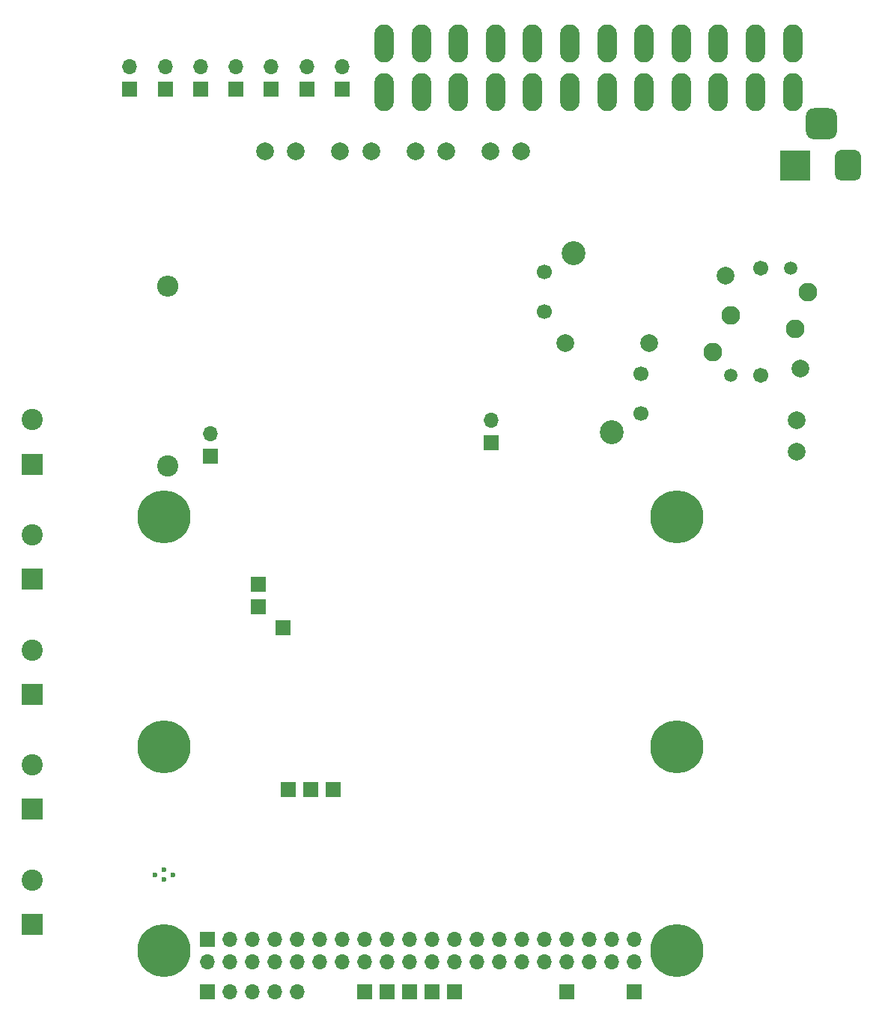
<source format=gbs>
G04 #@! TF.GenerationSoftware,KiCad,Pcbnew,(5.1.6-0-10_14)*
G04 #@! TF.CreationDate,2021-12-04T22:46:38+09:00*
G04 #@! TF.ProjectId,qPCR-main,71504352-2d6d-4616-996e-2e6b69636164,rev?*
G04 #@! TF.SameCoordinates,Original*
G04 #@! TF.FileFunction,Soldermask,Bot*
G04 #@! TF.FilePolarity,Negative*
%FSLAX46Y46*%
G04 Gerber Fmt 4.6, Leading zero omitted, Abs format (unit mm)*
G04 Created by KiCad (PCBNEW (5.1.6-0-10_14)) date 2021-12-04 22:46:38*
%MOMM*%
%LPD*%
G01*
G04 APERTURE LIST*
%ADD10C,2.108200*%
%ADD11C,1.498600*%
%ADD12C,1.701800*%
%ADD13C,2.006600*%
%ADD14C,0.600000*%
%ADD15R,1.700000X1.700000*%
%ADD16O,1.700000X1.700000*%
%ADD17C,2.400000*%
%ADD18O,2.400000X2.400000*%
%ADD19R,2.400000X2.400000*%
%ADD20C,2.000000*%
%ADD21R,3.500000X3.500000*%
%ADD22C,1.700000*%
%ADD23C,2.700000*%
%ADD24O,2.201600X4.301600*%
%ADD25C,6.000000*%
G04 APERTURE END LIST*
D10*
X173290000Y-68850000D03*
D11*
X171340000Y-66200000D03*
D12*
X167940000Y-66200000D03*
D13*
X163990000Y-67000000D03*
D10*
X164590000Y-71500000D03*
X162590000Y-75650000D03*
D11*
X164540000Y-78300000D03*
D12*
X167940000Y-78300000D03*
D13*
X172490000Y-77500000D03*
D10*
X171890000Y-73000000D03*
D14*
X99469999Y-134770000D03*
X100470000Y-134170000D03*
X101470001Y-134770000D03*
X100470000Y-135269999D03*
D15*
X105370000Y-148000000D03*
D16*
X107910000Y-148000000D03*
X110450000Y-148000000D03*
X112990000Y-148000000D03*
X115530000Y-148000000D03*
D17*
X100950000Y-88510000D03*
D18*
X100950000Y-68190000D03*
D15*
X114556000Y-125110000D03*
X105700000Y-87440000D03*
D16*
X105700000Y-84900000D03*
X96625490Y-43410000D03*
D15*
X96625490Y-45950000D03*
X112625490Y-45950000D03*
D16*
X112625490Y-43410000D03*
D15*
X108625490Y-45950000D03*
D16*
X108625490Y-43410000D03*
X104625490Y-43410000D03*
D15*
X104625490Y-45950000D03*
D16*
X100625490Y-43410000D03*
D15*
X100625490Y-45950000D03*
D19*
X85546000Y-88320000D03*
D17*
X85546000Y-83320000D03*
X85546000Y-96320000D03*
D19*
X85546000Y-101320000D03*
X85546000Y-114320000D03*
D17*
X85546000Y-109320000D03*
D19*
X85546000Y-127320000D03*
D17*
X85546000Y-122320000D03*
X85546000Y-135320000D03*
D19*
X85546000Y-140320000D03*
D20*
X120400000Y-52930000D03*
X123900000Y-52930000D03*
X140900000Y-52930000D03*
X137400000Y-52930000D03*
X128900000Y-52930000D03*
X132400000Y-52930000D03*
G36*
G01*
X176579000Y-48976200D02*
X176579000Y-50726200D01*
G75*
G02*
X175704000Y-51601200I-875000J0D01*
G01*
X173954000Y-51601200D01*
G75*
G02*
X173079000Y-50726200I0J875000D01*
G01*
X173079000Y-48976200D01*
G75*
G02*
X173954000Y-48101200I875000J0D01*
G01*
X175704000Y-48101200D01*
G75*
G02*
X176579000Y-48976200I0J-875000D01*
G01*
G37*
G36*
G01*
X179329000Y-53551200D02*
X179329000Y-55551200D01*
G75*
G02*
X178579000Y-56301200I-750000J0D01*
G01*
X177079000Y-56301200D01*
G75*
G02*
X176329000Y-55551200I0J750000D01*
G01*
X176329000Y-53551200D01*
G75*
G02*
X177079000Y-52801200I750000J0D01*
G01*
X178579000Y-52801200D01*
G75*
G02*
X179329000Y-53551200I0J-750000D01*
G01*
G37*
D21*
X171829000Y-54551200D03*
D15*
X123150000Y-148000000D03*
X125690000Y-148000000D03*
X128230000Y-148000000D03*
X130770000Y-148000000D03*
X133310000Y-148000000D03*
X146010000Y-148000000D03*
X153630000Y-148000000D03*
X120625490Y-45950000D03*
D16*
X120625490Y-43410000D03*
D15*
X116625490Y-45950000D03*
D16*
X116625490Y-43410000D03*
D15*
X111120000Y-101904000D03*
X111120000Y-104444000D03*
X113970000Y-106850000D03*
X117096000Y-125110000D03*
X119636000Y-125110000D03*
D20*
X172050000Y-86890000D03*
X172050000Y-83390000D03*
X155360000Y-74610000D03*
D22*
X154410000Y-78110000D03*
X154410000Y-82610000D03*
D23*
X151160000Y-84710000D03*
D20*
X145860000Y-74610000D03*
D22*
X143510000Y-71110000D03*
X143510000Y-66610000D03*
D23*
X146760000Y-64510000D03*
D24*
X171580000Y-40746400D03*
X167380000Y-40746400D03*
X171580000Y-46246400D03*
X163180000Y-40746400D03*
X158980000Y-40746400D03*
X154780000Y-40746400D03*
X150580000Y-40746400D03*
X146380000Y-40746400D03*
X142180000Y-40746400D03*
X137980000Y-40746400D03*
X133780000Y-40746400D03*
X129580000Y-40746400D03*
X125380000Y-40746400D03*
X167380000Y-46246400D03*
X163180000Y-46246400D03*
X158980000Y-46246400D03*
X154780000Y-46246400D03*
X150580000Y-46246400D03*
X146380000Y-46246400D03*
X142180000Y-46246400D03*
X137980000Y-46246400D03*
X133780000Y-46246400D03*
X129580000Y-46246400D03*
X125380000Y-46246400D03*
D20*
X115400000Y-52930000D03*
X111900000Y-52930000D03*
D16*
X137500000Y-83360000D03*
D15*
X137500000Y-85900000D03*
D25*
X158500000Y-143270000D03*
X100500000Y-94270000D03*
X158500000Y-94270000D03*
X100500000Y-143270000D03*
D16*
X153630000Y-144540000D03*
X153630000Y-142000000D03*
X135850000Y-144540000D03*
X135850000Y-142000000D03*
X130770000Y-144540000D03*
X130770000Y-142000000D03*
X140930000Y-144540000D03*
X140930000Y-142000000D03*
X112990000Y-144540000D03*
X112990000Y-142000000D03*
X143470000Y-144540000D03*
X143470000Y-142000000D03*
X125690000Y-144540000D03*
X125690000Y-142000000D03*
X148550000Y-144540000D03*
X148550000Y-142000000D03*
X146010000Y-144540000D03*
X146010000Y-142000000D03*
X151090000Y-144540000D03*
X151090000Y-142000000D03*
X128230000Y-144540000D03*
X128230000Y-142000000D03*
X115530000Y-144540000D03*
X115530000Y-142000000D03*
X120610000Y-144540000D03*
X120610000Y-142000000D03*
X138390000Y-144540000D03*
X138390000Y-142000000D03*
X118070000Y-144540000D03*
X118070000Y-142000000D03*
X133310000Y-144540000D03*
X133310000Y-142000000D03*
D15*
X105370000Y-142000000D03*
D16*
X105370000Y-144540000D03*
X110450000Y-142000000D03*
X107910000Y-144540000D03*
X123150000Y-144540000D03*
X123150000Y-142000000D03*
X107910000Y-142000000D03*
X110450000Y-144540000D03*
D25*
X100500000Y-120270000D03*
X158500000Y-120270000D03*
M02*

</source>
